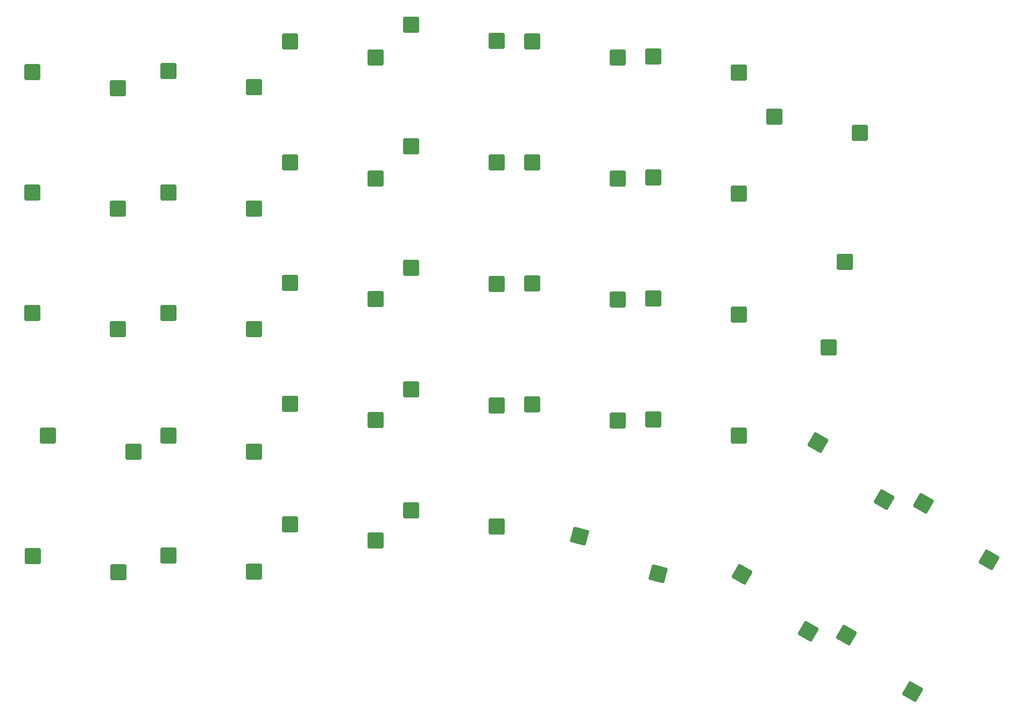
<source format=gtp>
%TF.GenerationSoftware,KiCad,Pcbnew,8.0.2-1*%
%TF.CreationDate,2024-06-04T22:44:41+02:00*%
%TF.ProjectId,keyboard_right,6b657962-6f61-4726-945f-72696768742e,rev?*%
%TF.SameCoordinates,Original*%
%TF.FileFunction,Paste,Top*%
%TF.FilePolarity,Positive*%
%FSLAX46Y46*%
G04 Gerber Fmt 4.6, Leading zero omitted, Abs format (unit mm)*
G04 Created by KiCad (PCBNEW 8.0.2-1) date 2024-06-04 22:44:41*
%MOMM*%
%LPD*%
G01*
G04 APERTURE LIST*
G04 Aperture macros list*
%AMRoundRect*
0 Rectangle with rounded corners*
0 $1 Rounding radius*
0 $2 $3 $4 $5 $6 $7 $8 $9 X,Y pos of 4 corners*
0 Add a 4 corners polygon primitive as box body*
4,1,4,$2,$3,$4,$5,$6,$7,$8,$9,$2,$3,0*
0 Add four circle primitives for the rounded corners*
1,1,$1+$1,$2,$3*
1,1,$1+$1,$4,$5*
1,1,$1+$1,$6,$7*
1,1,$1+$1,$8,$9*
0 Add four rect primitives between the rounded corners*
20,1,$1+$1,$2,$3,$4,$5,0*
20,1,$1+$1,$4,$5,$6,$7,0*
20,1,$1+$1,$6,$7,$8,$9,0*
20,1,$1+$1,$8,$9,$2,$3,0*%
G04 Aperture macros list end*
%ADD10RoundRect,0.250000X-1.000000X1.025000X-1.000000X-1.025000X1.000000X-1.025000X1.000000X1.025000X0*%
%ADD11RoundRect,0.250000X-1.025000X-1.000000X1.025000X-1.000000X1.025000X1.000000X-1.025000X1.000000X0*%
%ADD12RoundRect,0.250000X-1.387676X-0.353525X0.387676X-1.378525X1.387676X0.353525X-0.387676X1.378525X0*%
%ADD13RoundRect,0.250000X-1.248893X-0.700636X0.731255X-1.231215X1.248893X0.700636X-0.731255X1.231215X0*%
G04 APERTURE END LIST*
D10*
%TO.C,SW_[7:2]1*%
X169690000Y-82030000D03*
X172230000Y-68580000D03*
%TD*%
D11*
%TO.C,SW_[1:4]1*%
X60280000Y-98460000D03*
X46830000Y-95920000D03*
%TD*%
%TO.C,SW_[6:1]1*%
X155510000Y-38760000D03*
X142060000Y-36220000D03*
%TD*%
%TO.C,SW_[2:4]1*%
X79224800Y-98460000D03*
X65774800Y-95920000D03*
%TD*%
%TO.C,SW_[2:5]1*%
X79280000Y-117390500D03*
X65830000Y-114850500D03*
%TD*%
%TO.C,SW_[1:3]1*%
X44410000Y-76670000D03*
X57860000Y-79210000D03*
%TD*%
%TO.C,SW_[6:3]1*%
X155510000Y-76890500D03*
X142060000Y-74350500D03*
%TD*%
D12*
%TO.C,SW_[6:5]1*%
X166443947Y-126730295D03*
X156065905Y-117805591D03*
%TD*%
D11*
%TO.C,SW_[2:2]1*%
X79224800Y-60210000D03*
X65774800Y-57670000D03*
%TD*%
%TO.C,SW_[4:3]1*%
X117440000Y-72090500D03*
X103990000Y-69550500D03*
%TD*%
%TO.C,SW_[6:4]1*%
X155510000Y-95910000D03*
X142060000Y-93370000D03*
%TD*%
D13*
%TO.C,SW_[5:5]1*%
X130525412Y-111752089D03*
X142859714Y-117686657D03*
%TD*%
D12*
%TO.C,SW_[7:3]1*%
X178394547Y-105990295D03*
X168016505Y-97065591D03*
%TD*%
D11*
%TO.C,SW_[3:1]1*%
X98360000Y-36410600D03*
X84910000Y-33870600D03*
%TD*%
%TO.C,SW_[6:2]1*%
X155510000Y-57810000D03*
X142060000Y-55270000D03*
%TD*%
%TO.C,SW_[5:3]1*%
X136460000Y-74510000D03*
X123010000Y-71970000D03*
%TD*%
D12*
%TO.C,SW_[7:5]1*%
X182893947Y-136230295D03*
X172515905Y-127305591D03*
%TD*%
D11*
%TO.C,SW_[3:4]1*%
X98360000Y-93460000D03*
X84910000Y-90920000D03*
%TD*%
%TO.C,SW_[5:1]1*%
X136460000Y-36410000D03*
X123010000Y-33870000D03*
%TD*%
%TO.C,SW_[4:5]1*%
X117424800Y-110210000D03*
X103974800Y-107670000D03*
%TD*%
%TO.C,SW_[1:5]1*%
X57940000Y-117460000D03*
X44490000Y-114920000D03*
%TD*%
%TO.C,SW_[4:4]1*%
X117424800Y-91210000D03*
X103974800Y-88670000D03*
%TD*%
%TO.C,SW_[2:1]1*%
X79240000Y-41060000D03*
X65790000Y-38520000D03*
%TD*%
%TO.C,SW_[5:4]1*%
X136460000Y-93560000D03*
X123010000Y-91020000D03*
%TD*%
%TO.C,SW_[2:3]1*%
X65774800Y-76670000D03*
X79224800Y-79210000D03*
%TD*%
%TO.C,SW_[4:2]1*%
X117460000Y-52960000D03*
X104010000Y-50420000D03*
%TD*%
%TO.C,SW_[4:1]1*%
X117460000Y-33810000D03*
X104010000Y-31270000D03*
%TD*%
%TO.C,SW_[3:5]1*%
X98360000Y-112460000D03*
X84910000Y-109920000D03*
%TD*%
D12*
%TO.C,SW_[7:4]1*%
X194943947Y-115530295D03*
X184565905Y-106605591D03*
%TD*%
D11*
%TO.C,SW_[1:1]1*%
X57860000Y-41210000D03*
X44410000Y-38670000D03*
%TD*%
%TO.C,SW_[5:2]1*%
X136460000Y-55460000D03*
X123010000Y-52920000D03*
%TD*%
%TO.C,SW_[3:2]1*%
X98360000Y-55460100D03*
X84910000Y-52920100D03*
%TD*%
%TO.C,SW_[1:2]1*%
X57860000Y-60210000D03*
X44410000Y-57670000D03*
%TD*%
%TO.C,SW_[3:3]1*%
X84910000Y-71920000D03*
X98360000Y-74460000D03*
%TD*%
%TO.C,SW_[7:1]1*%
X174560000Y-48310000D03*
X161110000Y-45770000D03*
%TD*%
M02*

</source>
